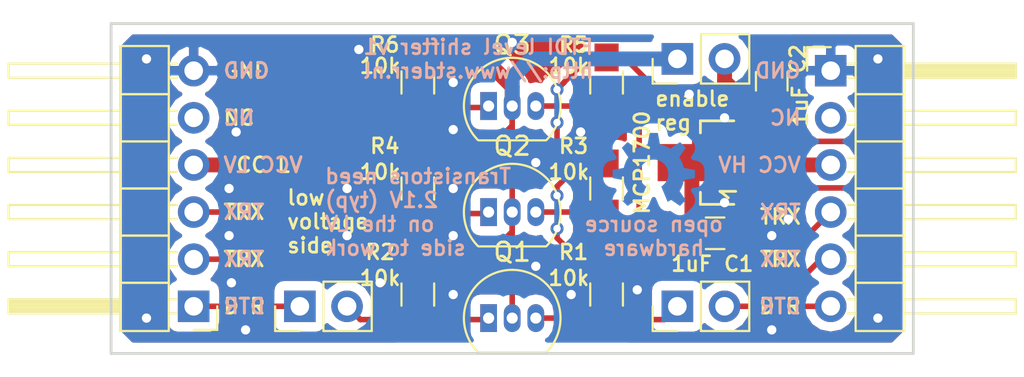
<source format=kicad_pcb>
(kicad_pcb (version 4) (host pcbnew 4.0.6-e0-6349~53~ubuntu16.04.1)
  (layers (0 F.Cu signal) (31 B.Cu signal) (34 B.Paste user) (35 F.Paste user) (36 B.SilkS user) (37 F.SilkS user) (38 B.Mask user) (39 F.Mask user) (44 Edge.Cuts user))
  (net 0 "")
  (net 1 /LV)
  (net 2 "Net-(JP1-Pad2)")
  (net 3 "Net-(JP2-Pad1)")
  (net 4 "Net-(JP2-Pad2)")
  (net 5 GND)
  (net 6 "Net-(P1-Pad2)")
  (net 7 /HV)
  (net 8 "Net-(P1-Pad4)")
  (net 9 "Net-(P1-Pad5)")
  (net 10 "Net-(P2-Pad2)")
  (net 11 "Net-(P2-Pad3)")
  (net 12 "Net-(P2-Pad5)")
  (net 13 "Net-(JP1-Pad1)")
  (net 14 "Net-(C2-Pad1)")
  (module Footprints:stitching_via (layer F.Cu) (at 164.338 103.505)
    (fp_text reference REF** hide)
    (fp_text value via0.8size0.5drill hide)
    (pad "" thru_hole circle (at 0 0) (size 0.8 0.8) (drill 0.5) (layers *.Cu) (net 5 GND))
  )
  (module Footprints:stitching_via (layer F.Cu) (at 156.337 103.505)
    (fp_text reference REF** hide)
    (fp_text value via0.8size0.5drill hide)
    (pad "" thru_hole circle (at 0 0) (size 0.8 0.8) (drill 0.5) (layers *.Cu) (net 5 GND))
  )
  (module Footprints:stitching_via (layer F.Cu) (at 171.45 90.551)
    (fp_text reference REF** hide)
    (fp_text value via0.8size0.5drill hide)
    (pad "" thru_hole circle (at 0 0) (size 0.8 0.8) (drill 0.5) (layers *.Cu) (net 5 GND))
  )
  (module Footprints:stitching_via (layer F.Cu) (at 175.133 95.377)
    (fp_text reference REF** hide)
    (fp_text value via0.8size0.5drill hide)
    (pad "" thru_hole circle (at 0 0) (size 0.8 0.8) (drill 0.5) (layers *.Cu) (net 5 GND))
  )
  (module Footprints:stitching_via (layer F.Cu) (at 178.181 103.886)
    (fp_text reference REF** hide)
    (fp_text value via0.8size0.5drill hide)
    (pad "" thru_hole circle (at 0 0) (size 0.8 0.8) (drill 0.5) (layers *.Cu) (net 5 GND))
  )
  (module Footprints:stitching_via (layer F.Cu) (at 180.975 93.345)
    (fp_text reference REF** hide)
    (fp_text value via0.8size0.5drill hide)
    (pad "" thru_hole circle (at 0 0) (size 0.8 0.8) (drill 0.5) (layers *.Cu) (net 5 GND))
  )
  (module Footprints:stitching_via (layer F.Cu) (at 182.88 94.615)
    (fp_text reference REF** hide)
    (fp_text value via0.8size0.5drill hide)
    (pad "" thru_hole circle (at 0 0) (size 0.8 0.8) (drill 0.5) (layers *.Cu) (net 5 GND))
  )
  (module Footprints:stitching_via (layer F.Cu) (at 168.275 92.71)
    (fp_text reference REF** hide)
    (fp_text value via0.8size0.5drill hide)
    (pad "" thru_hole circle (at 0 0) (size 0.8 0.8) (drill 0.5) (layers *.Cu) (net 5 GND))
  )
  (module Footprints:stitching_via (layer F.Cu) (at 156.21 98.425)
    (fp_text reference REF** hide)
    (fp_text value via0.8size0.5drill hide)
    (pad "" thru_hole circle (at 0 0) (size 0.8 0.8) (drill 0.5) (layers *.Cu) (net 5 GND))
  )
  (module Footprints:stitching_via (layer F.Cu) (at 162.56 98.425)
    (fp_text reference REF** hide)
    (fp_text value via0.8size0.5drill hide)
    (pad "" thru_hole circle (at 0 0) (size 0.8 0.8) (drill 0.5) (layers *.Cu) (net 5 GND))
  )
  (module Footprints:stitching_via (layer F.Cu) (at 162.56 100.965)
    (fp_text reference REF** hide)
    (fp_text value via0.8size0.5drill hide)
    (pad "" thru_hole circle (at 0 0) (size 0.8 0.8) (drill 0.5) (layers *.Cu) (net 5 GND))
  )
  (module Footprints:stitching_via (layer F.Cu) (at 156.21 100.965)
    (fp_text reference REF** hide)
    (fp_text value via0.8size0.5drill hide)
    (pad "" thru_hole circle (at 0 0) (size 0.8 0.8) (drill 0.5) (layers *.Cu) (net 5 GND))
  )
  (module Footprints:stitching_via (layer F.Cu) (at 172.72 102.616)
    (fp_text reference REF** hide)
    (fp_text value via0.8size0.5drill hide)
    (pad "" thru_hole circle (at 0 0) (size 0.8 0.8) (drill 0.5) (layers *.Cu) (net 5 GND))
  )
  (module Footprints:stitching_via (layer F.Cu) (at 172.72 97.028)
    (fp_text reference REF** hide)
    (fp_text value via0.8size0.5drill hide)
    (pad "" thru_hole circle (at 0 0) (size 0.8 0.8) (drill 0.5) (layers *.Cu) (net 5 GND))
  )
  (module Footprints:stitching_via (layer F.Cu) (at 174.625 104.14)
    (fp_text reference REF** hide)
    (fp_text value via0.8size0.5drill hide)
    (pad "" thru_hole circle (at 0 0) (size 0.8 0.8) (drill 0.5) (layers *.Cu) (net 5 GND))
  )
  (module Footprints:stitching_via (layer F.Cu) (at 168.275 104.14)
    (fp_text reference REF** hide)
    (fp_text value via0.8size0.5drill hide)
    (pad "" thru_hole circle (at 0 0) (size 0.8 0.8) (drill 0.5) (layers *.Cu) (net 5 GND))
  )
  (module Footprints:stitching_via (layer F.Cu) (at 168.275 100.965)
    (fp_text reference REF** hide)
    (fp_text value via0.8size0.5drill hide)
    (pad "" thru_hole circle (at 0 0) (size 0.8 0.8) (drill 0.5) (layers *.Cu) (net 5 GND))
  )
  (module Footprints:stitching_via (layer F.Cu) (at 168.275 98.425)
    (fp_text reference REF** hide)
    (fp_text value via0.8size0.5drill hide)
    (pad "" thru_hole circle (at 0 0) (size 0.8 0.8) (drill 0.5) (layers *.Cu) (net 5 GND))
  )
  (module Footprints:stitching_via (layer F.Cu) (at 168.275 95.25)
    (fp_text reference REF** hide)
    (fp_text value via0.8size0.5drill hide)
    (pad "" thru_hole circle (at 0 0) (size 0.8 0.8) (drill 0.5) (layers *.Cu) (net 5 GND))
  )
  (module Footprints:stitching_via (layer F.Cu) (at 185.42 106.045)
    (fp_text reference REF** hide)
    (fp_text value via0.8size0.5drill hide)
    (pad "" thru_hole circle (at 0 0) (size 0.8 0.8) (drill 0.5) (layers *.Cu) (net 5 GND))
  )
  (module Footprints:stitching_via (layer F.Cu) (at 157.099 106.045)
    (fp_text reference REF** hide)
    (fp_text value via0.8size0.5drill hide)
    (pad "" thru_hole circle (at 0 0) (size 0.8 0.8) (drill 0.5) (layers *.Cu) (net 5 GND))
  )
  (module Footprints:stitching_via (layer F.Cu) (at 156.591 95.377)
    (fp_text reference REF** hide)
    (fp_text value via0.8size0.5drill hide)
    (pad "" thru_hole circle (at 0 0) (size 0.8 0.8) (drill 0.5) (layers *.Cu) (net 5 GND))
  )
  (module Footprints:stitching_via (layer F.Cu) (at 163.195 90.932)
    (fp_text reference REF** hide)
    (fp_text value via0.8size0.5drill hide)
    (pad "" thru_hole circle (at 0 0) (size 0.8 0.8) (drill 0.5) (layers *.Cu) (net 5 GND))
  )
  (module Footprints:stitching_via (layer F.Cu) (at 186.309 100.076)
    (fp_text reference REF** hide)
    (fp_text value via0.8size0.5drill hide)
    (pad "" thru_hole circle (at 0 0) (size 0.8 0.8) (drill 0.5) (layers *.Cu) (net 5 GND))
  )
  (module Footprints:stitching_via (layer F.Cu) (at 185.42 100.965)
    (fp_text reference REF** hide)
    (fp_text value via0.8size0.5drill hide)
    (pad "" thru_hole circle (at 0 0) (size 0.8 0.8) (drill 0.5) (layers *.Cu) (net 5 GND))
  )
  (module Footprints:stitching_via (layer F.Cu) (at 182.88 99.187)
    (fp_text reference REF** hide)
    (fp_text value via0.8size0.5drill hide)
    (pad "" thru_hole circle (at 0 0) (size 0.8 0.8) (drill 0.5) (layers *.Cu) (net 5 GND))
  )
  (module Footprints:stitching_via (layer F.Cu) (at 151.765 105.41)
    (fp_text reference REF** hide)
    (fp_text value via0.8size0.5drill hide)
    (pad "" thru_hole circle (at 0 0) (size 0.8 0.8) (drill 0.5) (layers *.Cu) (net 5 GND))
  )
  (module Footprints:stitching_via (layer F.Cu) (at 151.765 91.44)
    (fp_text reference REF** hide)
    (fp_text value via0.8size0.5drill hide)
    (pad "" thru_hole circle (at 0 0) (size 0.8 0.8) (drill 0.5) (layers *.Cu) (net 5 GND))
  )
  (module Footprints:stitching_via (layer F.Cu) (at 191.135 91.44)
    (fp_text reference REF** hide)
    (fp_text value via0.8size0.5drill hide)
    (pad "" thru_hole circle (at 0 0) (size 0.8 0.8) (drill 0.5) (layers *.Cu) (net 5 GND))
  )
  (module Footprints:stitching_via (layer F.Cu) (at 191.135 105.41)
    (fp_text reference REF** hide)
    (fp_text value via0.8size0.5drill hide)
    (pad "" thru_hole circle (at 0 0) (size 0.8 0.8) (drill 0.5) (layers *.Cu) (net 5 GND))
  )
  (module Footprints:oshw (layer B.Cu) (at 179.07 97.409 180)
    (fp_text reference G*** hide)
    (fp_text value oshw_logo hide)
    (fp_poly (pts (xy 0.033713 1.976836) (xy 0.060461 1.976757) (xy 0.086332 1.976631) (xy 0.110932 1.97646) (xy 0.133869 1.976242) (xy 0.154751 1.975979) (xy 0.173184 1.97567) (xy 0.188777 1.975314) (xy 0.201137 1.974913) (xy 0.20987 1.974467) (xy 0.214586 1.973974) (xy 0.21532 1.973696) (xy 0.215864 1.971118) (xy 0.2172 1.964262) (xy 0.219279 1.953395) (xy 0.222052 1.938778) (xy 0.225468 1.920677) (xy 0.22948 1.899356) (xy 0.234036 1.875078) (xy 0.239088 1.848107) (xy 0.244586 1.818708) (xy 0.250481 1.787145) (xy 0.256722 1.753681) (xy 0.263261 1.718581) (xy 0.270047 1.682108) (xy 0.273722 1.662345) (xy 0.331054 1.353879) (xy 0.364686 1.346305) (xy 0.447844 1.325219) (xy 0.529942 1.299682) (xy 0.610757 1.269787) (xy 0.690064 1.235625) (xy 0.76764 1.197288) (xy 0.843261 1.154867) (xy 0.865815 1.141183) (xy 0.875724 1.135286) (xy 0.884342 1.130576) (xy 0.890869 1.127459) (xy 0.894508 1.12634) (xy 0.894866 1.126416) (xy 0.89705 1.12789) (xy 0.902818 1.131827) (xy 0.911948 1.138072) (xy 0.924218 1.146474) (xy 0.939404 1.15688) (xy 0.957285 1.169137) (xy 0.977638 1.183093) (xy 1.00024 1.198596) (xy 1.024869 1.215491) (xy 1.051302 1.233628) (xy 1.079317 1.252853) (xy 1.108691 1.273014) (xy 1.139203 1.293958) (xy 1.153917 1.30406) (xy 1.184868 1.325298) (xy 1.214779 1.345804) (xy 1.243428 1.365426) (xy 1.270596 1.384014) (xy 1.296059 1.401416) (xy 1.319595 1.417481) (xy 1.340985 1.432059) (xy 1.360005 1.444999) (xy 1.376434 1.456149) (xy 1.390051 1.465358) (xy 1.400633 1.472475) (xy 1.407959 1.47735) (xy 1.411808 1.479831) (xy 1.412355 1.480128) (xy 1.414242 1.478536) (xy 1.419104 1.473944) (xy 1.426663 1.466633) (xy 1.436641 1.456879) (xy 1.448758 1.44496) (xy 1.462737 1.431156) (xy 1.478299 1.415744) (xy 1.495165 1.399003) (xy 1.513057 1.381211) (xy 1.531697 1.362646) (xy 1.550805 1.343586) (xy 1.570104 1.32431) (xy 1.589315 1.305096) (xy 1.608159 1.286221) (xy 1.626358 1.267966) (xy 1.643633 1.250607) (xy 1.659707 1.234423) (xy 1.6743 1.219692) (xy 1.687134 1.206692) (xy 1.69793 1.195702) (xy 1.706411 1.187) (xy 1.712297 1.180864) (xy 1.71531 1.177573) (xy 1.715654 1.17709) (xy 1.714371 1.175017) (xy 1.710624 1.16936) (xy 1.704563 1.160343) (xy 1.69634 1.148186) (xy 1.686107 1.133113) (xy 1.674016 1.115345) (xy 1.660217 1.095105) (xy 1.644863 1.072615) (xy 1.628105 1.048097) (xy 1.610094 1.021774) (xy 1.590983 0.993867) (xy 1.570922 0.964599) (xy 1.550064 0.934192) (xy 1.540933 0.920889) (xy 1.519775 0.890051) (xy 1.499351 0.860247) (xy 1.479811 0.8317) (xy 1.461309 0.804634) (xy 1.443994 0.77927) (xy 1.42802 0.755833) (xy 1.413537 0.734544) (xy 1.400698 0.715628) (xy 1.389653 0.699307) (xy 1.380555 0.685804) (xy 1.373555 0.675342) (xy 1.368805 0.668144) (xy 1.366456 0.664433) (xy 1.366222 0.663966) (xy 1.367428 0.661258) (xy 1.370734 0.655464) (xy 1.375686 0.647342) (xy 1.381827 0.637651) (xy 1.384293 0.633846) (xy 1.407424 0.596966) (xy 1.430914 0.556893) (xy 1.454053 0.514926) (xy 1.476133 0.472364) (xy 1.496445 0.430508) (xy 1.502898 0.4165) (xy 1.52193 0.37235) (xy 1.54051 0.32497) (xy 1.55817 0.275727) (xy 1.574442 0.225991) (xy 1.588857 0.177131) (xy 1.600946 0.130516) (xy 1.601339 0.128865) (xy 1.609948 0.092629) (xy 1.619506 0.090611) (xy 1.622932 0.089945) (xy 1.630618 0.088489) (xy 1.642285 0.086296) (xy 1.657653 0.083417) (xy 1.676441 0.079905) (xy 1.698369 0.075812) (xy 1.723158 0.071191) (xy 1.750526 0.066092) (xy 1.780194 0.06057) (xy 1.811883 0.054676) (xy 1.845311 0.048462) (xy 1.880198 0.04198) (xy 1.916266 0.035283) (xy 1.920572 0.034483) (xy 2.212081 -0.019627) (xy 2.212095 -0.23468) (xy 2.212094 -0.271089) (xy 2.212081 -0.303156) (xy 2.212053 -0.331157) (xy 2.212003 -0.355368) (xy 2.211927 -0.376064) (xy 2.21182 -0.393523) (xy 2.211676 -0.40802) (xy 2.211489 -0.419831) (xy 2.211256 -0.429233) (xy 2.210971 -0.4365) (xy 2.210628 -0.44191) (xy 2.210223 -0.445739) (xy 2.209751 -0.448261) (xy 2.209206 -0.449755) (xy 2.208583 -0.450495) (xy 2.208068 -0.450719) (xy 2.205336 -0.451256) (xy 2.198336 -0.452584) (xy 2.187343 -0.454653) (xy 2.172629 -0.457412) (xy 2.154467 -0.46081) (xy 2.133132 -0.464795) (xy 2.108896 -0.469317) (xy 2.082033 -0.474325) (xy 2.052816 -0.479767) (xy 2.021518 -0.485593) (xy 1.988413 -0.491752) (xy 1.953774 -0.498193) (xy 1.917875 -0.504865) (xy 1.912763 -0.505814) (xy 1.6215 -0.559924) (xy 1.612995 -0.600348) (xy 1.593611 -0.681838) (xy 1.569948 -0.762634) (xy 1.542186 -0.842286) (xy 1.510504 -0.920342) (xy 1.475082 -0.996355) (xy 1.4361 -1.069873) (xy 1.404188 -1.123825) (xy 1.397619 -1.134508) (xy 1.391889 -1.143978) (xy 1.38746 -1.151463) (xy 1.384792 -1.156188) (xy 1.384264 -1.157269) (xy 1.38537 -1.15966) (xy 1.389025 -1.165709) (xy 1.395142 -1.175288) (xy 1.403632 -1.188264) (xy 1.414408 -1.204507) (xy 1.42738 -1.223884) (xy 1.442462 -1.246266) (xy 1.459564 -1.271521) (xy 1.4786 -1.299518) (xy 1.49948 -1.330126) (xy 1.522116 -1.363213) (xy 1.546421 -1.398649) (xy 1.548577 -1.401788) (xy 1.56918 -1.431811) (xy 1.589047 -1.46081) (xy 1.608021 -1.488555) (xy 1.625947 -1.514815) (xy 1.642669 -1.539361) (xy 1.65803 -1.561962) (xy 1.671874 -1.582387) (xy 1.684045 -1.600406) (xy 1.694387 -1.615789) (xy 1.702743 -1.628305) (xy 1.708958 -1.637723) (xy 1.712875 -1.643814) (xy 1.714339 -1.646346) (xy 1.714345 -1.646381) (xy 1.712765 -1.648479) (xy 1.708131 -1.653593) (xy 1.700672 -1.66149) (xy 1.690616 -1.671937) (xy 1.678192 -1.684701) (xy 1.663628 -1.69955) (xy 1.647153 -1.716251) (xy 1.628995 -1.73457) (xy 1.609383 -1.754276) (xy 1.588545 -1.775135) (xy 1.56671 -1.796914) (xy 1.563171 -1.800437) (xy 1.411841 -1.951029) (xy 1.202952 -1.807712) (xy 1.174336 -1.788078) (xy 1.146298 -1.768841) (xy 1.119131 -1.750203) (xy 1.093132 -1.732364) (xy 1.068594 -1.715529) (xy 1.045812 -1.699898) (xy 1.025081 -1.685675) (xy 1.006695 -1.67306) (xy 0.990949 -1.662257) (xy 0.978138 -1.653467) (xy 0.968556 -1.646892) (xy 0.962648 -1.642838) (xy 0.931233 -1.621282) (xy 0.909539 -1.635769) (xy 0.895989 -1.644625) (xy 0.880894 -1.65416) (xy 0.864723 -1.664106) (xy 0.847947 -1.674197) (xy 0.831039 -1.684164) (xy 0.814468 -1.69374) (xy 0.798706 -1.702657) (xy 0.784224 -1.710648) (xy 0.771492 -1.717444) (xy 0.760982 -1.72278) (xy 0.753166 -1.726386) (xy 0.748513 -1.727995) (xy 0.747423 -1.727872) (xy 0.746463 -1.725625) (xy 0.743842 -1.719363) (xy 0.739666 -1.709341) (xy 0.734039 -1.695811) (xy 0.727066 -1.679027) (xy 0.718852 -1.659242) (xy 0.709503 -1.636709) (xy 0.699122 -1.611682) (xy 0.687815 -1.584415) (xy 0.675687 -1.555159) (xy 0.662842 -1.524169) (xy 0.649386 -1.491699) (xy 0.635423 -1.458) (xy 0.621059 -1.423327) (xy 0.606397 -1.387933) (xy 0.591544 -1.352071) (xy 0.576604 -1.315995) (xy 0.561682 -1.279957) (xy 0.546882 -1.244212) (xy 0.53231 -1.209012) (xy 0.518071 -1.174611) (xy 0.504269 -1.141262) (xy 0.49101 -1.109218) (xy 0.478398 -1.078733) (xy 0.466538 -1.05006) (xy 0.455535 -1.023453) (xy 0.445494 -0.999163) (xy 0.43652 -0.977446) (xy 0.428718 -0.958554) (xy 0.422193 -0.942741) (xy 0.417049 -0.930259) (xy 0.413392 -0.921363) (xy 0.411326 -0.916305) (xy 0.410917 -0.91528) (xy 0.410569 -0.913148) (xy 0.411538 -0.910818) (xy 0.414341 -0.907827) (xy 0.419496 -0.903708) (xy 0.427521 -0.897996) (xy 0.438322 -0.890637) (xy 0.465557 -0.871542) (xy 0.490465 -0.852449) (xy 0.514338 -0.832283) (xy 0.538468 -0.80997) (xy 0.55535 -0.793358) (xy 0.578856 -0.769066) (xy 0.599494 -0.746169) (xy 0.618234 -0.723491) (xy 0.636043 -0.699858) (xy 0.653893 -0.674094) (xy 0.654557 -0.6731) (xy 0.686082 -0.621845) (xy 0.713287 -0.569088) (xy 0.736216 -0.51471) (xy 0.75491 -0.458592) (xy 0.769412 -0.400615) (xy 0.779765 -0.340661) (xy 0.782974 -0.314036) (xy 0.784085 -0.300052) (xy 0.784904 -0.282714) (xy 0.785428 -0.263084) (xy 0.785657 -0.242223) (xy 0.785592 -0.221194) (xy 0.785232 -0.201059) (xy 0.784576 -0.18288) (xy 0.783623 -0.16772) (xy 0.783039 -0.161636) (xy 0.774528 -0.102351) (xy 0.762512 -0.045778) (xy 0.746827 0.008561) (xy 0.727307 0.061144) (xy 0.703788 0.112449) (xy 0.676104 0.162954) (xy 0.664218 0.182419) (xy 0.631139 0.230781) (xy 0.594405 0.276477) (xy 0.554261 0.319314) (xy 0.510952 0.359101) (xy 0.464721 0.395646) (xy 0.415813 0.428757) (xy 0.364473 0.45824) (xy 0.310946 0.483906) (xy 0.255476 0.505561) (xy 0.250536 0.507259) (xy 0.215173 0.518124) (xy 0.177009 0.527767) (xy 0.137786 0.535819) (xy 0.099243 0.541911) (xy 0.073891 0.544783) (xy 0.05885 0.545831) (xy 0.040429 0.546577) (xy 0.019803 0.547021) (xy -0.001852 0.54716) (xy -0.02336 0.546995) (xy -0.043547 0.546524) (xy -0.061236 0.545746) (xy -0.072737 0.544908) (xy -0.131527 0.537201) (xy -0.189177 0.525116) (xy -0.245469 0.508802) (xy -0.300185 0.488406) (xy -0.353111 0.464075) (xy -0.404027 0.435958) (xy -0.452717 0.404201) (xy -0.498964 0.368953) (xy -0.542552 0.330361) (xy -0.583262 0.288573) (xy -0.620878 0.243737) (xy -0.655183 0.195999) (xy -0.68596 0.145508) (xy -0.700725 0.117764) (xy -0.724681 0.066401) (xy -0.744489 0.014892) (xy -0.760385 -0.03755) (xy -0.772608 -0.091718) (xy -0.781396 -0.1484) (xy -0.781741 -0.151245) (xy -0.783343 -0.168408) (xy -0.784534 -0.188983) (xy -0.785305 -0.211783) (xy -0.785647 -0.235624) (xy -0.785552 -0.259318) (xy -0.78501 -0.281679) (xy -0.784012 -0.301522) (xy -0.78296 -0.314036) (xy -0.774632 -0.373667) (xy -0.762312 -0.431188) (xy -0.745881 -0.486998) (xy -0.725226 -0.541496) (xy -0.702235 -0.591127) (xy -0.672996 -0.644032) (xy -0.64001 -0.694278) (xy -0.603401 -0.741728) (xy -0.56329 -0.786242) (xy -0.519802 -0.827682) (xy -0.47306 -0.865909) (xy -0.432288 -0.894828) (xy -0.423302 -0.901037) (xy -0.416049 -0.906512) (xy -0.411233 -0.910687) (xy -0.409558 -0.912996) (xy -0.409579 -0.913079) (xy -0.410557 -0.915435) (xy -0.413215 -0.921846) (xy -0.417466 -0.932103) (xy -0.423222 -0.945994) (xy -0.430397 -0.963308) (xy -0.438902 -0.983836) (xy -0.448651 -1.007365) (xy -0.459555 -1.033686) (xy -0.471529 -1.062587) (xy -0.484484 -1.093858) (xy -0.498334 -1.127289) (xy -0.51299 -1.162667) (xy -0.528366 -1.199784) (xy -0.544374 -1.238427) (xy -0.560927 -1.278386) (xy -0.575627 -1.313872) (xy -0.592625 -1.354904) (xy -0.609178 -1.394863) (xy -0.625198 -1.433532) (xy -0.640595 -1.470697) (xy -0.65528 -1.506142) (xy -0.669165 -1.539653) (xy -0.682159 -1.571014) (xy -0.694174 -1.60001) (xy -0.70512 -1.626426) (xy -0.714909 -1.650046) (xy -0.723451 -1.670656) (xy -0.730657 -1.688041) (xy -0.736439 -1.701984) (xy -0.740705 -1.712271) (xy -0.743369 -1.718688) (xy -0.744301 -1.720926) (xy -0.747974 -1.729662) (xy -0.762492 -1.722354) (xy -0.777861 -1.714313) (xy -0.79614 -1.704254) (xy -0.816397 -1.692725) (xy -0.837703 -1.680277) (xy -0.859128 -1.667458) (xy -0.879742 -1.654816) (xy -0.898615 -1.642903) (xy -0.91302 -1.633473) (xy -0.922014 -1.627809) (xy -0.928952 -1.624162) (xy -0.933158 -1.622869) (xy -0.933887 -1.623056) (xy -0.936083 -1.624593) (xy -0.941807 -1.628547) (xy -0.950778 -1.634725) (xy -0.962717 -1.642936) (xy -0.977341 -1.652987) (xy -0.99437 -1.664684) (xy -1.013522 -1.677835) (xy -1.034518 -1.692247) (xy -1.057075 -1.707727) (xy -1.080912 -1.724084) (xy -1.105749 -1.741123) (xy -1.131305 -1.758654) (xy -1.157298 -1.776481) (xy -1.183448 -1.794414) (xy -1.209473 -1.812259) (xy -1.235093 -1.829823) (xy -1.260027 -1.846915) (xy -1.283993 -1.86334) (xy -1.30671 -1.878907) (xy -1.327898 -1.893423) (xy -1.347275 -1.906694) (xy -1.364561 -1.918529) (xy -1.379474 -1.928735) (xy -1.391734 -1.937118) (xy -1.401059 -1.943487) (xy -1.407168 -1.947648) (xy -1.409781 -1.949408) (xy -1.409841 -1.949446) (xy -1.411791 -1.948062) (xy -1.416767 -1.943628) (xy -1.424538 -1.936368) (xy -1.434873 -1.926506) (xy -1.447543 -1.914269) (xy -1.462317 -1.899879) (xy -1.478964 -1.883562) (xy -1.497253 -1.865542) (xy -1.516955 -1.846045) (xy -1.53784 -1.825294) (xy -1.559675 -1.803514) (xy -1.564275 -1.798916) (xy -1.592142 -1.771012) (xy -1.616825 -1.746223) (xy -1.638437 -1.724431) (xy -1.657089 -1.705521) (xy -1.672898 -1.689373) (xy -1.685975 -1.675871) (xy -1.696433 -1.664898) (xy -1.704388 -1.656336) (xy -1.709951 -1.650069) (xy -1.713236 -1.645978) (xy -1.714358 -1.643947) (xy -1.714324 -1.643763) (xy -1.712798 -1.641499) (xy -1.708816 -1.635658) (xy -1.702537 -1.626473) (xy -1.694118 -1.614173) (xy -1.683719 -1.598991) (xy -1.671497 -1.581158) (xy -1.657612 -1.560903) (xy -1.642221 -1.538459) (xy -1.625482 -1.514057) (xy -1.607555 -1.487927) (xy -1.588598 -1.4603) (xy -1.568768 -1.431409) (xy -1.548225 -1.401482) (xy -1.547767 -1.400815) (xy -1.527244 -1.370906) (xy -1.507457 -1.342047) (xy -1.488565 -1.314465) (xy -1.470722 -1.288391) (xy -1.454085 -1.264054) (xy -1.438811 -1.241681) (xy -1.425055 -1.221504) (xy -1.412973 -1.203749) (xy -1.402722 -1.188647) (xy -1.394458 -1.176427) (xy -1.388337 -1.167318) (xy -1.384514 -1.161548) (xy -1.383147 -1.159347) (xy -1.383146 -1.159337) (xy -1.384305 -1.156859) (xy -1.387481 -1.151251) (xy -1.39222 -1.143285) (xy -1.398071 -1.133733) (xy -1.399599 -1.131276) (xy -1.44246 -1.058318) (xy -1.481619 -0.982889) (xy -1.516917 -0.905384) (xy -1.548195 -0.826197) (xy -1.575294 -0.745723) (xy -1.598056 -0.664355) (xy -1.611987 -0.60393) (xy -1.614844 -0.590396) (xy -1.617389 -0.578533) (xy -1.61947 -0.569035) (xy -1.620933 -0.562595) (xy -1.621626 -0.559908) (xy -1.621649 -0.559872) (xy -1.623936 -0.559424) (xy -1.630494 -0.558185) (xy -1.641054 -0.556206) (xy -1.655346 -0.553536) (xy -1.6731 -0.550226) (xy -1.694047 -0.546326) (xy -1.717916 -0.541887) (xy -1.74444 -0.536957) (xy -1.773346 -0.531589) (xy -1.804367 -0.52583) (xy -1.837232 -0.519733) (xy -1.871672 -0.513346) (xy -1.907416 -0.506721) (xy -1.911927 -0.505885) (xy -1.947916 -0.499214) (xy -1.982697 -0.492763) (xy -2.015995 -0.486584) (xy -2.047536 -0.480727) (xy -2.077043 -0.475245) (xy -2.10424 -0.470187) (xy -2.128854 -0.465606) (xy -2.150607 -0.461553) (xy -2.169224 -0.458078) (xy -2.18443 -0.455235) (xy -2.195949 -0.453072) (xy -2.203506 -0.451643) (xy -2.206825 -0.450998) (xy -2.206914 -0.450978) (xy -2.212109 -0.449772) (xy -2.212096 -0.234699) (xy -2.212082 -0.019627) (xy -1.9148 0.035405) (xy -1.878373 0.042151) (xy -1.84317 0.048675) (xy -1.80946 0.054928) (xy -1.777515 0.060858) (xy -1.747604 0.066416) (xy -1.719997 0.07155) (xy -1.694965 0.076212) (xy -1.672779 0.08035) (xy -1.653707 0.083914) (xy -1.638022 0.086854) (xy -1.625992 0.089119) (xy -1.617889 0.090659) (xy -1.613982 0.091424) (xy -1.613679 0.091492) (xy -1.611829 0.093193) (xy -1.609741 0.097631) (xy -1.607259 0.10528) (xy -1.604224 0.116613) (xy -1.601251 0.128824) (xy -1.581053 0.204918) (xy -1.556542 0.281116) (xy -1.527969 0.356828) (xy -1.495587 0.431465) (xy -1.459647 0.504438) (xy -1.420403 0.575156) (xy -1.387111 0.629228) (xy -1.380166 0.640141) (xy -1.374199 0.649782) (xy -1.369628 0.657454) (xy -1.366871 0.662458) (xy -1.366244 0.664012) (xy -1.367524 0.666179) (xy -1.371269 0.671928) (xy -1.377329 0.681036) (xy -1.385551 0.693279) (xy -1.395785 0.708435) (xy -1.407878 0.72628) (xy -1.421679 0.746592) (xy -1.437036 0.769148) (xy -1.453798 0.793724) (xy -1.471812 0.820097) (xy -1.490929 0.848045) (xy -1.510995 0.877345) (xy -1.531859 0.907773) (xy -1.540934 0.920996) (xy -1.562086 0.951823) (xy -1.582506 0.981605) (xy -1.602042 1.01012) (xy -1.620542 1.037147) (xy -1.637854 1.062463) (xy -1.653827 1.085845) (xy -1.668309 1.107072) (xy -1.68115 1.125922) (xy -1.692196 1.142172) (xy -1.701298 1.1556) (xy -1.708303 1.165984) (xy -1.71306 1.173102) (xy -1.715417 1.176731) (xy -1.715655 1.177164) (xy -1.714061 1.179045) (xy -1.709465 1.183898) (xy -1.702147 1.191446) (xy -1.692383 1.20141) (xy -1.680453 1.213512) (xy -1.666636 1.227473) (xy -1.651209 1.243017) (xy -1.634452 1.259863) (xy -1.616642 1.277734) (xy -1.598059 1.296353) (xy -1.578981 1.31544) (xy -1.559686 1.334718) (xy -1.540454 1.353907) (xy -1.521562 1.372732) (xy -1.503289 1.390912) (xy -1.485913 1.408169) (xy -1.469714 1.424227) (xy -1.454969 1.438805) (xy -1.441957 1.451627) (xy -1.430957 1.462414) (xy -1.422248 1.470888) (xy -1.416107 1.47677) (xy -1.412813 1.479782) (xy -1.41233 1.480128) (xy -1.410223 1.478845) (xy -1.404532 1.475095) (xy -1.395479 1.469031) (xy -1.383286 1.460804) (xy -1.368174 1.450563) (xy -1.350365 1.43846) (xy -1.330082 1.424647) (xy -1.307544 1.409274) (xy -1.282975 1.392492) (xy -1.256595 1.374452) (xy -1.228626 1.355306) (xy -1.199291 1.335204) (xy -1.16881 1.314297) (xy -1.153895 1.30406) (xy -1.122926 1.282799) (xy -1.092988 1.26225) (xy -1.064305 1.242565) (xy -1.037099 1.223896) (xy -1.011593 1.206397) (xy -0.988008 1.190219) (xy -0.966568 1.175515) (xy -0.947495 1.162437) (xy -0.931012 1.15114) (xy -0.917341 1.141774) (xy -0.906704 1.134493) (xy -0.899325 1.129449) (xy -0.895425 1.126794) (xy -0.894856 1.126416) (xy -0.892046 1.126987) (xy -0.886152 1.129655) (xy -0.877973 1.134014) (xy -0.868307 1.139659) (xy -0.865816 1.141183) (xy -0.792332 1.183985) (xy -0.71674 1.22297) (xy -0.6394 1.257992) (xy -0.56067 1.288903) (xy -0.480907 1.315556) (xy -0.400471 1.337806) (xy -0.364688 1.346223) (xy -0.331058 1.353706) (xy -0.273695 1.662258) (xy -0.266795 1.699355) (xy -0.260117 1.735219) (xy -0.25371 1.769587) (xy -0.247625 1.802194) (xy -0.24191 1.832776) (xy -0.236616 1.861071) (xy -0.231791 1.886812) (xy -0.227485 1.909737) (xy -0.223748 1.929582) (xy -0.220629 1.946082) (xy -0.218178 1.958974) (xy -0.216444 1.967993) (xy -0.215477 1.972875) (xy -0.215292 1.973696) (xy -0.212854 1.974213) (xy -0.20619 1.974684) (xy -0.195694 1.975109) (xy -0.181757 1.975488) (xy -0.164773 1.975822) (xy -0.145133 1.976109) (xy -0.123231 1.976351) (xy -0.099459 1.976547) (xy -0.074209 1.976696) (xy -0.047875 1.9768) (xy -0.020848 1.976858) (xy 0.006479 1.97687) (xy 0.033713 1.976836)) (layer B.Cu) (width 0.01))
  )
  (module Pin_Headers:Pin_Header_Angled_1x06_Pitch2.54mm (layer F.Cu) (at 188.595 92.075)
    (fp_text reference P1 hide)
    (fp_text value FTDI-DEVICE)
    (pad 1 thru_hole rect (at 0 0) (size 1.7 1.7) (drill 1) (layers *.Cu *.Mask) (net 5 GND))
    (pad 2 thru_hole oval (at 0 2.54) (size 1.7 1.7) (drill 1) (layers *.Cu *.Mask) (net 6 "Net-(P1-Pad2)"))
    (pad 3 thru_hole oval (at 0 5.08) (size 1.7 1.7) (drill 1) (layers *.Cu *.Mask) (net 7 /HV))
    (pad 4 thru_hole oval (at 0 7.62) (size 1.7 1.7) (drill 1) (layers *.Cu *.Mask) (net 8 "Net-(P1-Pad4)"))
    (pad 5 thru_hole oval (at 0 10.16) (size 1.7 1.7) (drill 1) (layers *.Cu *.Mask) (net 9 "Net-(P1-Pad5)"))
    (pad 6 thru_hole oval (at 0 12.7) (size 1.7 1.7) (drill 1) (layers *.Cu *.Mask) (net 2 "Net-(JP1-Pad2)"))
  )
  (module Pin_Headers:Pin_Header_Angled_1x06_Pitch2.54mm (layer F.Cu) (at 154.305 104.775 180)
    (fp_text reference P2 hide)
    (fp_text value FTDI-HOST)
    (pad 1 thru_hole rect (at 0 0 180) (size 1.7 1.7) (drill 1) (layers *.Cu *.Mask) (net 3 "Net-(JP2-Pad1)"))
    (pad 2 thru_hole oval (at 0 2.54 180) (size 1.7 1.7) (drill 1) (layers *.Cu *.Mask) (net 10 "Net-(P2-Pad2)"))
    (pad 3 thru_hole oval (at 0 5.08 180) (size 1.7 1.7) (drill 1) (layers *.Cu *.Mask) (net 11 "Net-(P2-Pad3)"))
    (pad 4 thru_hole oval (at 0 7.62 180) (size 1.7 1.7) (drill 1) (layers *.Cu *.Mask) (net 1 /LV))
    (pad 5 thru_hole oval (at 0 10.16 180) (size 1.7 1.7) (drill 1) (layers *.Cu *.Mask) (net 12 "Net-(P2-Pad5)"))
    (pad 6 thru_hole oval (at 0 12.7 180) (size 1.7 1.7) (drill 1) (layers *.Cu *.Mask) (net 5 GND))
  )
  (module Pin_Headers:Pin_Header_Straight_1x02_Pitch2.54mm (layer F.Cu) (at 180.34 104.775 90)
    (fp_text reference JP1 hide)
    (fp_text value Jumper_NO_Small)
    (pad 1 thru_hole rect (at 0 0 90) (size 1.7 1.7) (drill 1) (layers *.Cu *.Mask) (net 13 "Net-(JP1-Pad1)"))
    (pad 2 thru_hole oval (at 0 2.54 90) (size 1.7 1.7) (drill 1) (layers *.Cu *.Mask) (net 2 "Net-(JP1-Pad2)"))
  )
  (module Pin_Headers:Pin_Header_Straight_1x02_Pitch2.54mm (layer F.Cu) (at 160.02 104.775 90)
    (fp_text reference JP2 hide)
    (fp_text value Jumper_NO_Small)
    (pad 1 thru_hole rect (at 0 0 90) (size 1.7 1.7) (drill 1) (layers *.Cu *.Mask) (net 3 "Net-(JP2-Pad1)"))
    (pad 2 thru_hole oval (at 0 2.54 90) (size 1.7 1.7) (drill 1) (layers *.Cu *.Mask) (net 4 "Net-(JP2-Pad2)"))
  )
  (module Pin_Headers:Pin_Header_Straight_1x02_Pitch2.54mm (layer F.Cu) (at 180.34 91.44 90)
    (fp_text reference JP3 hide)
    (fp_text value Jumper_NO_Small)
    (pad 1 thru_hole rect (at 0 0 90) (size 1.7 1.7) (drill 1) (layers *.Cu *.Mask) (net 1 /LV))
    (pad 2 thru_hole oval (at 0 2.54 90) (size 1.7 1.7) (drill 1) (layers *.Cu *.Mask) (net 14 "Net-(C2-Pad1)"))
  )
  (module Footprints:oshw (layer F.Cu) (at 160.655 94.107)
    (fp_text reference G*** hide)
    (fp_text value oshw_logo hide)
    (fp_poly (pts (xy 0.033713 -1.976836) (xy 0.060461 -1.976757) (xy 0.086332 -1.976631) (xy 0.110932 -1.97646) (xy 0.133869 -1.976242) (xy 0.154751 -1.975979) (xy 0.173184 -1.97567) (xy 0.188777 -1.975314) (xy 0.201137 -1.974913) (xy 0.20987 -1.974467) (xy 0.214586 -1.973974) (xy 0.21532 -1.973696) (xy 0.215864 -1.971118) (xy 0.2172 -1.964262) (xy 0.219279 -1.953395) (xy 0.222052 -1.938778) (xy 0.225468 -1.920677) (xy 0.22948 -1.899356) (xy 0.234036 -1.875078) (xy 0.239088 -1.848107) (xy 0.244586 -1.818708) (xy 0.250481 -1.787145) (xy 0.256722 -1.753681) (xy 0.263261 -1.718581) (xy 0.270047 -1.682108) (xy 0.273722 -1.662345) (xy 0.331054 -1.353879) (xy 0.364686 -1.346305) (xy 0.447844 -1.325219) (xy 0.529942 -1.299682) (xy 0.610757 -1.269787) (xy 0.690064 -1.235625) (xy 0.76764 -1.197288) (xy 0.843261 -1.154867) (xy 0.865815 -1.141183) (xy 0.875724 -1.135286) (xy 0.884342 -1.130576) (xy 0.890869 -1.127459) (xy 0.894508 -1.12634) (xy 0.894866 -1.126416) (xy 0.89705 -1.12789) (xy 0.902818 -1.131827) (xy 0.911948 -1.138072) (xy 0.924218 -1.146474) (xy 0.939404 -1.15688) (xy 0.957285 -1.169137) (xy 0.977638 -1.183093) (xy 1.00024 -1.198596) (xy 1.024869 -1.215491) (xy 1.051302 -1.233628) (xy 1.079317 -1.252853) (xy 1.108691 -1.273014) (xy 1.139203 -1.293958) (xy 1.153917 -1.30406) (xy 1.184868 -1.325298) (xy 1.214779 -1.345804) (xy 1.243428 -1.365426) (xy 1.270596 -1.384014) (xy 1.296059 -1.401416) (xy 1.319595 -1.417481) (xy 1.340985 -1.432059) (xy 1.360005 -1.444999) (xy 1.376434 -1.456149) (xy 1.390051 -1.465358) (xy 1.400633 -1.472475) (xy 1.407959 -1.47735) (xy 1.411808 -1.479831) (xy 1.412355 -1.480128) (xy 1.414242 -1.478536) (xy 1.419104 -1.473944) (xy 1.426663 -1.466633) (xy 1.436641 -1.456879) (xy 1.448758 -1.44496) (xy 1.462737 -1.431156) (xy 1.478299 -1.415744) (xy 1.495165 -1.399003) (xy 1.513057 -1.381211) (xy 1.531697 -1.362646) (xy 1.550805 -1.343586) (xy 1.570104 -1.32431) (xy 1.589315 -1.305096) (xy 1.608159 -1.286221) (xy 1.626358 -1.267966) (xy 1.643633 -1.250607) (xy 1.659707 -1.234423) (xy 1.6743 -1.219692) (xy 1.687134 -1.206692) (xy 1.69793 -1.195702) (xy 1.706411 -1.187) (xy 1.712297 -1.180864) (xy 1.71531 -1.177573) (xy 1.715654 -1.17709) (xy 1.714371 -1.175017) (xy 1.710624 -1.16936) (xy 1.704563 -1.160343) (xy 1.69634 -1.148186) (xy 1.686107 -1.133113) (xy 1.674016 -1.115345) (xy 1.660217 -1.095105) (xy 1.644863 -1.072615) (xy 1.628105 -1.048097) (xy 1.610094 -1.021774) (xy 1.590983 -0.993867) (xy 1.570922 -0.964599) (xy 1.550064 -0.934192) (xy 1.540933 -0.920889) (xy 1.519775 -0.890051) (xy 1.499351 -0.860247) (xy 1.479811 -0.8317) (xy 1.461309 -0.804634) (xy 1.443994 -0.77927) (xy 1.42802 -0.755833) (xy 1.413537 -0.734544) (xy 1.400698 -0.715628) (xy 1.389653 -0.699307) (xy 1.380555 -0.685804) (xy 1.373555 -0.675342) (xy 1.368805 -0.668144) (xy 1.366456 -0.664433) (xy 1.366222 -0.663966) (xy 1.367428 -0.661258) (xy 1.370734 -0.655464) (xy 1.375686 -0.647342) (xy 1.381827 -0.637651) (xy 1.384293 -0.633846) (xy 1.407424 -0.596966) (xy 1.430914 -0.556893) (xy 1.454053 -0.514926) (xy 1.476133 -0.472364) (xy 1.496445 -0.430508) (xy 1.502898 -0.4165) (xy 1.52193 -0.37235) (xy 1.54051 -0.32497) (xy 1.55817 -0.275727) (xy 1.574442 -0.225991) (xy 1.588857 -0.177131) (xy 1.600946 -0.130516) (xy 1.601339 -0.128865) (xy 1.609948 -0.092629) (xy 1.619506 -0.090611) (xy 1.622932 -0.089945) (xy 1.630618 -0.088489) (xy 1.642285 -0.086296) (xy 1.657653 -0.083417) (xy 1.676441 -0.079905) (xy 1.698369 -0.075812) (xy 1.723158 -0.071191) (xy 1.750526 -0.066092) (xy 1.780194 -0.06057) (xy 1.811883 -0.054676) (xy 1.845311 -0.048462) (xy 1.880198 -0.04198) (xy 1.916266 -0.035283) (xy 1.920572 -0.034483) (xy 2.212081 0.019627) (xy 2.212095 0.23468) (xy 2.212094 0.271089) (xy 2.212081 0.303156) (xy 2.212053 0.331157) (xy 2.212003 0.355368) (xy 2.211927 0.376064) (xy 2.21182 0.393523) (xy 2.211676 0.40802) (xy 2.211489 0.419831) (xy 2.211256 0.429233) (xy 2.210971 0.4365) (xy 2.210628 0.44191) (xy 2.210223 0.445739) (xy 2.209751 0.448261) (xy 2.209206 0.449755) (xy 2.208583 0.450495) (xy 2.208068 0.450719) (xy 2.205336 0.451256) (xy 2.198336 0.452584) (xy 2.187343 0.454653) (xy 2.172629 0.457412) (xy 2.154467 0.46081) (xy 2.133132 0.464795) (xy 2.108896 0.469317) (xy 2.082033 0.474325) (xy 2.052816 0.479767) (xy 2.021518 0.485593) (xy 1.988413 0.491752) (xy 1.953774 0.498193) (xy 1.917875 0.504865) (xy 1.912763 0.505814) (xy 1.6215 0.559924) (xy 1.612995 0.600348) (xy 1.593611 0.681838) (xy 1.569948 0.762634) (xy 1.542186 0.842286) (xy 1.510504 0.920342) (xy 1.475082 0.996355) (xy 1.4361 1.069873) (xy 1.404188 1.123825) (xy 1.397619 1.134508) (xy 1.391889 1.143978) (xy 1.38746 1.151463) (xy 1.384792 1.156188) (xy 1.384264 1.157269) (xy 1.38537 1.15966) (xy 1.389025 1.165709) (xy 1.395142 1.175288) (xy 1.403632 1.188264) (xy 1.414408 1.204507) (xy 1.42738 1.223884) (xy 1.442462 1.246266) (xy 1.459564 1.271521) (xy 1.4786 1.299518) (xy 1.49948 1.330126) (xy 1.522116 1.363213) (xy 1.546421 1.398649) (xy 1.548577 1.401788) (xy 1.56918 1.431811) (xy 1.589047 1.46081) (xy 1.608021 1.488555) (xy 1.625947 1.514815) (xy 1.642669 1.539361) (xy 1.65803 1.561962) (xy 1.671874 1.582387) (xy 1.684045 1.600406) (xy 1.694387 1.615789) (xy 1.702743 1.628305) (xy 1.708958 1.637723) (xy 1.712875 1.643814) (xy 1.714339 1.646346) (xy 1.714345 1.646381) (xy 1.712765 1.648479) (xy 1.708131 1.653593) (xy 1.700672 1.66149) (xy 1.690616 1.671937) (xy 1.678192 1.684701) (xy 1.663628 1.69955) (xy 1.647153 1.716251) (xy 1.628995 1.73457) (xy 1.609383 1.754276) (xy 1.588545 1.775135) (xy 1.56671 1.796914) (xy 1.563171 1.800437) (xy 1.411841 1.951029) (xy 1.202952 1.807712) (xy 1.174336 1.788078) (xy 1.146298 1.768841) (xy 1.119131 1.750203) (xy 1.093132 1.732364) (xy 1.068594 1.715529) (xy 1.045812 1.699898) (xy 1.025081 1.685675) (xy 1.006695 1.67306) (xy 0.990949 1.662257) (xy 0.978138 1.653467) (xy 0.968556 1.646892) (xy 0.962648 1.642838) (xy 0.931233 1.621282) (xy 0.909539 1.635769) (xy 0.895989 1.644625) (xy 0.880894 1.65416) (xy 0.864723 1.664106) (xy 0.847947 1.674197) (xy 0.831039 1.684164) (xy 0.814468 1.69374) (xy 0.798706 1.702657) (xy 0.784224 1.710648) (xy 0.771492 1.717444) (xy 0.760982 1.72278) (xy 0.753166 1.726386) (xy 0.748513 1.727995) (xy 0.747423 1.727872) (xy 0.746463 1.725625) (xy 0.743842 1.719363) (xy 0.739666 1.709341) (xy 0.734039 1.695811) (xy 0.727066 1.679027) (xy 0.718852 1.659242) (xy 0.709503 1.636709) (xy 0.699122 1.611682) (xy 0.687815 1.584415) (xy 0.675687 1.555159) (xy 0.662842 1.524169) (xy 0.649386 1.491699) (xy 0.635423 1.458) (xy 0.621059 1.423327) (xy 0.606397 1.387933) (xy 0.591544 1.352071) (xy 0.576604 1.315995) (xy 0.561682 1.279957) (xy 0.546882 1.244212) (xy 0.53231 1.209012) (xy 0.518071 1.174611) (xy 0.504269 1.141262) (xy 0.49101 1.109218) (xy 0.478398 1.078733) (xy 0.466538 1.05006) (xy 0.455535 1.023453) (xy 0.445494 0.999163) (xy 0.43652 0.977446) (xy 0.428718 0.958554) (xy 0.422193 0.942741) (xy 0.417049 0.930259) (xy 0.413392 0.921363) (xy 0.411326 0.916305) (xy 0.410917 0.91528) (xy 0.410569 0.913148) (xy 0.411538 0.910818) (xy 0.414341 0.907827) (xy 0.419496 0.903708) (xy 0.427521 0.897996) (xy 0.438322 0.890637) (xy 0.465557 0.871542) (xy 0.490465 0.852449) (xy 0.514338 0.832283) (xy 0.538468 0.80997) (xy 0.55535 0.793358) (xy 0.578856 0.769066) (xy 0.599494 0.746169) (xy 0.618234 0.723491) (xy 0.636043 0.699858) (xy 0.653893 0.674094) (xy 0.654557 0.6731) (xy 0.686082 0.621845) (xy 0.713287 0.569088) (xy 0.736216 0.51471) (xy 0.75491 0.458592) (xy 0.769412 0.400615) (xy 0.779765 0.340661) (xy 0.782974 0.314036) (xy 0.784085 0.300052) (xy 0.784904 0.282714) (xy 0.785428 0.263084) (xy 0.785657 0.242223) (xy 0.785592 0.221194) (xy 0.785232 0.201059) (xy 0.784576 0.18288) (xy 0.783623 0.16772) (xy 0.783039 0.161636) (xy 0.774528 0.102351) (xy 0.762512 0.045778) (xy 0.746827 -0.008561) (xy 0.727307 -0.061144) (xy 0.703788 -0.112449) (xy 0.676104 -0.162954) (xy 0.664218 -0.182419) (xy 0.631139 -0.230781) (xy 0.594405 -0.276477) (xy 0.554261 -0.319314) (xy 0.510952 -0.359101) (xy 0.464721 -0.395646) (xy 0.415813 -0.428757) (xy 0.364473 -0.45824) (xy 0.310946 -0.483906) (xy 0.255476 -0.505561) (xy 0.250536 -0.507259) (xy 0.215173 -0.518124) (xy 0.177009 -0.527767) (xy 0.137786 -0.535819) (xy 0.099243 -0.541911) (xy 0.073891 -0.544783) (xy 0.05885 -0.545831) (xy 0.040429 -0.546577) (xy 0.019803 -0.547021) (xy -0.001852 -0.54716) (xy -0.02336 -0.546995) (xy -0.043547 -0.546524) (xy -0.061236 -0.545746) (xy -0.072737 -0.544908) (xy -0.131527 -0.537201) (xy -0.189177 -0.525116) (xy -0.245469 -0.508802) (xy -0.300185 -0.488406) (xy -0.353111 -0.464075) (xy -0.404027 -0.435958) (xy -0.452717 -0.404201) (xy -0.498964 -0.368953) (xy -0.542552 -0.330361) (xy -0.583262 -0.288573) (xy -0.620878 -0.243737) (xy -0.655183 -0.195999) (xy -0.68596 -0.145508) (xy -0.700725 -0.117764) (xy -0.724681 -0.066401) (xy -0.744489 -0.014892) (xy -0.760385 0.03755) (xy -0.772608 0.091718) (xy -0.781396 0.1484) (xy -0.781741 0.151245) (xy -0.783343 0.168408) (xy -0.784534 0.188983) (xy -0.785305 0.211783) (xy -0.785647 0.235624) (xy -0.785552 0.259318) (xy -0.78501 0.281679) (xy -0.784012 0.301522) (xy -0.78296 0.314036) (xy -0.774632 0.373667) (xy -0.762312 0.431188) (xy -0.745881 0.486998) (xy -0.725226 0.541496) (xy -0.702235 0.591127) (xy -0.672996 0.644032) (xy -0.64001 0.694278) (xy -0.603401 0.741728) (xy -0.56329 0.786242) (xy -0.519802 0.827682) (xy -0.47306 0.865909) (xy -0.432288 0.894828) (xy -0.423302 0.901037) (xy -0.416049 0.906512) (xy -0.411233 0.910687) (xy -0.409558 0.912996) (xy -0.409579 0.913079) (xy -0.410557 0.915435) (xy -0.413215 0.921846) (xy -0.417466 0.932103) (xy -0.423222 0.945994) (xy -0.430397 0.963308) (xy -0.438902 0.983836) (xy -0.448651 1.007365) (xy -0.459555 1.033686) (xy -0.471529 1.062587) (xy -0.484484 1.093858) (xy -0.498334 1.127289) (xy -0.51299 1.162667) (xy -0.528366 1.199784) (xy -0.544374 1.238427) (xy -0.560927 1.278386) (xy -0.575627 1.313872) (xy -0.592625 1.354904) (xy -0.609178 1.394863) (xy -0.625198 1.433532) (xy -0.640595 1.470697) (xy -0.65528 1.506142) (xy -0.669165 1.539653) (xy -0.682159 1.571014) (xy -0.694174 1.60001) (xy -0.70512 1.626426) (xy -0.714909 1.650046) (xy -0.723451 1.670656) (xy -0.730657 1.688041) (xy -0.736439 1.701984) (xy -0.740705 1.712271) (xy -0.743369 1.718688) (xy -0.744301 1.720926) (xy -0.747974 1.729662) (xy -0.762492 1.722354) (xy -0.777861 1.714313) (xy -0.79614 1.704254) (xy -0.816397 1.692725) (xy -0.837703 1.680277) (xy -0.859128 1.667458) (xy -0.879742 1.654816) (xy -0.898615 1.642903) (xy -0.91302 1.633473) (xy -0.922014 1.627809) (xy -0.928952 1.624162) (xy -0.933158 1.622869) (xy -0.933887 1.623056) (xy -0.936083 1.624593) (xy -0.941807 1.628547) (xy -0.950778 1.634725) (xy -0.962717 1.642936) (xy -0.977341 1.652987) (xy -0.99437 1.664684) (xy -1.013522 1.677835) (xy -1.034518 1.692247) (xy -1.057075 1.707727) (xy -1.080912 1.724084) (xy -1.105749 1.741123) (xy -1.131305 1.758654) (xy -1.157298 1.776481) (xy -1.183448 1.794414) (xy -1.209473 1.812259) (xy -1.235093 1.829823) (xy -1.260027 1.846915) (xy -1.283993 1.86334) (xy -1.30671 1.878907) (xy -1.327898 1.893423) (xy -1.347275 1.906694) (xy -1.364561 1.918529) (xy -1.379474 1.928735) (xy -1.391734 1.937118) (xy -1.401059 1.943487) (xy -1.407168 1.947648) (xy -1.409781 1.949408) (xy -1.409841 1.949446) (xy -1.411791 1.948062) (xy -1.416767 1.943628) (xy -1.424538 1.936368) (xy -1.434873 1.926506) (xy -1.447543 1.914269) (xy -1.462317 1.899879) (xy -1.478964 1.883562) (xy -1.497253 1.865542) (xy -1.516955 1.846045) (xy -1.53784 1.825294) (xy -1.559675 1.803514) (xy -1.564275 1.798916) (xy -1.592142 1.771012) (xy -1.616825 1.746223) (xy -1.638437 1.724431) (xy -1.657089 1.705521) (xy -1.672898 1.689373) (xy -1.685975 1.675871) (xy -1.696433 1.664898) (xy -1.704388 1.656336) (xy -1.709951 1.650069) (xy -1.713236 1.645978) (xy -1.714358 1.643947) (xy -1.714324 1.643763) (xy -1.712798 1.641499) (xy -1.708816 1.635658) (xy -1.702537 1.626473) (xy -1.694118 1.614173) (xy -1.683719 1.598991) (xy -1.671497 1.581158) (xy -1.657612 1.560903) (xy -1.642221 1.538459) (xy -1.625482 1.514057) (xy -1.607555 1.487927) (xy -1.588598 1.4603) (xy -1.568768 1.431409) (xy -1.548225 1.401482) (xy -1.547767 1.400815) (xy -1.527244 1.370906) (xy -1.507457 1.342047) (xy -1.488565 1.314465) (xy -1.470722 1.288391) (xy -1.454085 1.264054) (xy -1.438811 1.241681) (xy -1.425055 1.221504) (xy -1.412973 1.203749) (xy -1.402722 1.188647) (xy -1.394458 1.176427) (xy -1.388337 1.167318) (xy -1.384514 1.161548) (xy -1.383147 1.159347) (xy -1.383146 1.159337) (xy -1.384305 1.156859) (xy -1.387481 1.151251) (xy -1.39222 1.143285) (xy -1.398071 1.133733) (xy -1.399599 1.131276) (xy -1.44246 1.058318) (xy -1.481619 0.982889) (xy -1.516917 0.905384) (xy -1.548195 0.826197) (xy -1.575294 0.745723) (xy -1.598056 0.664355) (xy -1.611987 0.60393) (xy -1.614844 0.590396) (xy -1.617389 0.578533) (xy -1.61947 0.569035) (xy -1.620933 0.562595) (xy -1.621626 0.559908) (xy -1.621649 0.559872) (xy -1.623936 0.559424) (xy -1.630494 0.558185) (xy -1.641054 0.556206) (xy -1.655346 0.553536) (xy -1.6731 0.550226) (xy -1.694047 0.546326) (xy -1.717916 0.541887) (xy -1.74444 0.536957) (xy -1.773346 0.531589) (xy -1.804367 0.52583) (xy -1.837232 0.519733) (xy -1.871672 0.513346) (xy -1.907416 0.506721) (xy -1.911927 0.505885) (xy -1.947916 0.499214) (xy -1.982697 0.492763) (xy -2.015995 0.486584) (xy -2.047536 0.480727) (xy -2.077043 0.475245) (xy -2.10424 0.470187) (xy -2.128854 0.465606) (xy -2.150607 0.461553) (xy -2.169224 0.458078) (xy -2.18443 0.455235) (xy -2.195949 0.453072) (xy -2.203506 0.451643) (xy -2.206825 0.450998) (xy -2.206914 0.450978) (xy -2.212109 0.449772) (xy -2.212096 0.234699) (xy -2.212082 0.019627) (xy -1.9148 -0.035405) (xy -1.878373 -0.042151) (xy -1.84317 -0.048675) (xy -1.80946 -0.054928) (xy -1.777515 -0.060858) (xy -1.747604 -0.066416) (xy -1.719997 -0.07155) (xy -1.694965 -0.076212) (xy -1.672779 -0.08035) (xy -1.653707 -0.083914) (xy -1.638022 -0.086854) (xy -1.625992 -0.089119) (xy -1.617889 -0.090659) (xy -1.613982 -0.091424) (xy -1.613679 -0.091492) (xy -1.611829 -0.093193) (xy -1.609741 -0.097631) (xy -1.607259 -0.10528) (xy -1.604224 -0.116613) (xy -1.601251 -0.128824) (xy -1.581053 -0.204918) (xy -1.556542 -0.281116) (xy -1.527969 -0.356828) (xy -1.495587 -0.431465) (xy -1.459647 -0.504438) (xy -1.420403 -0.575156) (xy -1.387111 -0.629228) (xy -1.380166 -0.640141) (xy -1.374199 -0.649782) (xy -1.369628 -0.657454) (xy -1.366871 -0.662458) (xy -1.366244 -0.664012) (xy -1.367524 -0.666179) (xy -1.371269 -0.671928) (xy -1.377329 -0.681036) (xy -1.385551 -0.693279) (xy -1.395785 -0.708435) (xy -1.407878 -0.72628) (xy -1.421679 -0.746592) (xy -1.437036 -0.769148) (xy -1.453798 -0.793724) (xy -1.471812 -0.820097) (xy -1.490929 -0.848045) (xy -1.510995 -0.877345) (xy -1.531859 -0.907773) (xy -1.540934 -0.920996) (xy -1.562086 -0.951823) (xy -1.582506 -0.981605) (xy -1.602042 -1.01012) (xy -1.620542 -1.037147) (xy -1.637854 -1.062463) (xy -1.653827 -1.085845) (xy -1.668309 -1.107072) (xy -1.68115 -1.125922) (xy -1.692196 -1.142172) (xy -1.701298 -1.1556) (xy -1.708303 -1.165984) (xy -1.71306 -1.173102) (xy -1.715417 -1.176731) (xy -1.715655 -1.177164) (xy -1.714061 -1.179045) (xy -1.709465 -1.183898) (xy -1.702147 -1.191446) (xy -1.692383 -1.20141) (xy -1.680453 -1.213512) (xy -1.666636 -1.227473) (xy -1.651209 -1.243017) (xy -1.634452 -1.259863) (xy -1.616642 -1.277734) (xy -1.598059 -1.296353) (xy -1.578981 -1.31544) (xy -1.559686 -1.334718) (xy -1.540454 -1.353907) (xy -1.521562 -1.372732) (xy -1.503289 -1.390912) (xy -1.485913 -1.408169) (xy -1.469714 -1.424227) (xy -1.454969 -1.438805) (xy -1.441957 -1.451627) (xy -1.430957 -1.462414) (xy -1.422248 -1.470888) (xy -1.416107 -1.47677) (xy -1.412813 -1.479782) (xy -1.41233 -1.480128) (xy -1.410223 -1.478845) (xy -1.404532 -1.475095) (xy -1.395479 -1.469031) (xy -1.383286 -1.460804) (xy -1.368174 -1.450563) (xy -1.350365 -1.43846) (xy -1.330082 -1.424647) (xy -1.307544 -1.409274) (xy -1.282975 -1.392492) (xy -1.256595 -1.374452) (xy -1.228626 -1.355306) (xy -1.199291 -1.335204) (xy -1.16881 -1.314297) (xy -1.153895 -1.30406) (xy -1.122926 -1.282799) (xy -1.092988 -1.26225) (xy -1.064305 -1.242565) (xy -1.037099 -1.223896) (xy -1.011593 -1.206397) (xy -0.988008 -1.190219) (xy -0.966568 -1.175515) (xy -0.947495 -1.162437) (xy -0.931012 -1.15114) (xy -0.917341 -1.141774) (xy -0.906704 -1.134493) (xy -0.899325 -1.129449) (xy -0.895425 -1.126794) (xy -0.894856 -1.126416) (xy -0.892046 -1.126987) (xy -0.886152 -1.129655) (xy -0.877973 -1.134014) (xy -0.868307 -1.139659) (xy -0.865816 -1.141183) (xy -0.792332 -1.183985) (xy -0.71674 -1.22297) (xy -0.6394 -1.257992) (xy -0.56067 -1.288903) (xy -0.480907 -1.315556) (xy -0.400471 -1.337806) (xy -0.364688 -1.346223) (xy -0.331058 -1.353706) (xy -0.273695 -1.662258) (xy -0.266795 -1.699355) (xy -0.260117 -1.735219) (xy -0.25371 -1.769587) (xy -0.247625 -1.802194) (xy -0.24191 -1.832776) (xy -0.236616 -1.861071) (xy -0.231791 -1.886812) (xy -0.227485 -1.909737) (xy -0.223748 -1.929582) (xy -0.220629 -1.946082) (xy -0.218178 -1.958974) (xy -0.216444 -1.967993) (xy -0.215477 -1.972875) (xy -0.215292 -1.973696) (xy -0.212854 -1.974213) (xy -0.20619 -1.974684) (xy -0.195694 -1.975109) (xy -0.181757 -1.975488) (xy -0.164773 -1.975822) (xy -0.145133 -1.976109) (xy -0.123231 -1.976351) (xy -0.099459 -1.976547) (xy -0.074209 -1.976696) (xy -0.047875 -1.9768) (xy -0.020848 -1.976858) (xy 0.006479 -1.97687) (xy 0.033713 -1.976836)) (layer F.Cu) (width 0.01))
  )
  (module Resistors_SMD:R_0805_HandSoldering (layer F.Cu) (at 176.53 104.14 270)
    (fp_text reference R1 (at -2.286 1.778 360) (layer F.SilkS) (effects (font (size 0.8 0.8))))
    (fp_text value 10k (at -0.889 2.032 540) (layer F.SilkS) (effects (font (size 0.8 0.8))))
    (pad 1 smd rect (at -1.35 0 270) (size 1.5 1.3) (layers F.Cu F.Paste F.Mask) (net 7 /HV))
    (pad 2 smd rect (at 1.35 0 270) (size 1.5 1.3) (layers F.Cu F.Paste F.Mask) (net 13 "Net-(JP1-Pad1)"))
  )
  (module Resistors_SMD:R_0805_HandSoldering (layer F.Cu) (at 166.37 104.14 270)
    (fp_text reference R2 (at -2.286 2.032 360) (layer F.SilkS) (effects (font (size 0.8 0.8))))
    (fp_text value 10k (at -0.889 2.032 360) (layer F.SilkS) (effects (font (size 0.8 0.8))))
    (pad 1 smd rect (at -1.35 0 270) (size 1.5 1.3) (layers F.Cu F.Paste F.Mask) (net 1 /LV))
    (pad 2 smd rect (at 1.35 0 270) (size 1.5 1.3) (layers F.Cu F.Paste F.Mask) (net 4 "Net-(JP2-Pad2)"))
  )
  (module Resistors_SMD:R_0805_HandSoldering (layer F.Cu) (at 176.53 98.425 270)
    (fp_text reference R3 (at -2.286 1.778 360) (layer F.SilkS) (effects (font (size 0.8 0.8))))
    (fp_text value 10k (at -0.889 2.032 360) (layer F.SilkS) (effects (font (size 0.8 0.8))))
    (pad 1 smd rect (at -1.35 0 270) (size 1.5 1.3) (layers F.Cu F.Paste F.Mask) (net 7 /HV))
    (pad 2 smd rect (at 1.35 0 270) (size 1.5 1.3) (layers F.Cu F.Paste F.Mask) (net 9 "Net-(P1-Pad5)"))
  )
  (module Resistors_SMD:R_0805_HandSoldering (layer F.Cu) (at 166.37 98.425 270)
    (fp_text reference R4 (at -2.286 1.778 360) (layer F.SilkS) (effects (font (size 0.8 0.8))))
    (fp_text value 10k (at -0.889 2.032 360) (layer F.SilkS) (effects (font (size 0.8 0.8))))
    (pad 1 smd rect (at -1.35 0 270) (size 1.5 1.3) (layers F.Cu F.Paste F.Mask) (net 1 /LV))
    (pad 2 smd rect (at 1.35 0 270) (size 1.5 1.3) (layers F.Cu F.Paste F.Mask) (net 10 "Net-(P2-Pad2)"))
  )
  (module Resistors_SMD:R_0805_HandSoldering (layer F.Cu) (at 176.53 92.71 270)
    (fp_text reference R5 (at -2.032 1.778 360) (layer F.SilkS) (effects (font (size 0.8 0.8))))
    (fp_text value 10k (at -0.889 2.032 360) (layer F.SilkS) (effects (font (size 0.8 0.8))))
    (pad 1 smd rect (at -1.35 0 270) (size 1.5 1.3) (layers F.Cu F.Paste F.Mask) (net 7 /HV))
    (pad 2 smd rect (at 1.35 0 270) (size 1.5 1.3) (layers F.Cu F.Paste F.Mask) (net 8 "Net-(P1-Pad4)"))
  )
  (module Resistors_SMD:R_0805_HandSoldering (layer F.Cu) (at 166.37 92.71 270)
    (fp_text reference R6 (at -2.032 1.778 360) (layer F.SilkS) (effects (font (size 0.8 0.8))))
    (fp_text value 10k (at -0.889 2.032 360) (layer F.SilkS) (effects (font (size 0.8 0.8))))
    (pad 1 smd rect (at -1.35 0 270) (size 1.5 1.3) (layers F.Cu F.Paste F.Mask) (net 1 /LV))
    (pad 2 smd rect (at 1.35 0 270) (size 1.5 1.3) (layers F.Cu F.Paste F.Mask) (net 11 "Net-(P2-Pad3)"))
  )
  (module TO_SOT_Packages_SMD:SOT89-3_Housing_Handsoldering (layer F.Cu) (at 182.88 97.028 90)
    (fp_text reference U1 hide)
    (fp_text value MCP1700 (at 0 -4.445 90) (layer F.SilkS) (effects (font (size 0.8 0.8))))
    (pad 1 smd rect (at -1.50114 2.35204 90) (size 1.00076 2.5019) (layers F.Cu F.Paste F.Mask) (net 5 GND))
    (pad 2 smd rect (at 0 2.35204 90) (size 1.00076 2.5019) (layers F.Cu F.Paste F.Mask) (net 7 /HV))
    (pad 3 smd rect (at 1.50114 2.35204 90) (size 1.00076 2.5019) (layers F.Cu F.Paste F.Mask) (net 14 "Net-(C2-Pad1)"))
    (pad 2 smd rect (at 0 -1.6002 90) (size 1.99898 4.0005) (layers F.Cu F.Paste F.Mask) (net 7 /HV))
    (pad 2 smd trapezoid (at 0 0.7493 270) (size 1.50114 0.7493) (rect_delta 0 0.50038) (layers F.Cu F.Paste F.Mask) (net 7 /HV))
  )
  (module Capacitors_SMD:C_0805_HandSoldering (layer F.Cu) (at 182.372 100.838)
    (fp_text reference C1 (at 1.27 1.651) (layer F.SilkS) (effects (font (size 0.8 0.8))))
    (fp_text value 1uF (at -1.27 1.651) (layer F.SilkS) (effects (font (size 0.8 0.8))))
    (pad 1 smd rect (at -1.25 0) (size 1.5 1.25) (layers F.Cu F.Paste F.Mask) (net 7 /HV))
    (pad 2 smd rect (at 1.25 0) (size 1.5 1.25) (layers F.Cu F.Paste F.Mask) (net 5 GND))
  )
  (module Capacitors_SMD:C_0805_HandSoldering (layer F.Cu) (at 185.42 92.6465 90)
    (fp_text reference C2 (at 1.2065 1.397 270) (layer F.SilkS) (effects (font (size 0.8 0.8))))
    (fp_text value 1uF (at -1.3335 1.524 90) (layer F.SilkS) (effects (font (size 0.8 0.8))))
    (pad 1 smd rect (at -1.25 0 90) (size 1.5 1.25) (layers F.Cu F.Paste F.Mask) (net 14 "Net-(C2-Pad1)"))
    (pad 2 smd rect (at 1.25 0 90) (size 1.5 1.25) (layers F.Cu F.Paste F.Mask) (net 5 GND))
  )
  (module TO_SOT_Packages_THT:TO-92_Inline_Narrow_Oval (layer F.Cu) (at 170.18 93.98)
    (fp_text reference Q3 (at 1.27 -3.302) (layer F.SilkS))
    (fp_text value 2N7000)
    (pad 2 thru_hole oval (at 1.27 0 180) (size 0.9 1.5) (drill 0.6) (layers *.Cu *.Mask) (net 1 /LV))
    (pad 3 thru_hole oval (at 2.54 0 180) (size 0.9 1.5) (drill 0.6) (layers *.Cu *.Mask) (net 8 "Net-(P1-Pad4)"))
    (pad 1 thru_hole rect (at 0 0 180) (size 0.9 1.5) (drill 0.6) (layers *.Cu *.Mask) (net 11 "Net-(P2-Pad3)"))
  )
  (module TO_SOT_Packages_THT:TO-92_Inline_Narrow_Oval (layer F.Cu) (at 170.18 99.695)
    (fp_text reference Q2 (at 1.27 -3.56) (layer F.SilkS))
    (fp_text value 2N7000)
    (pad 2 thru_hole oval (at 1.27 0 180) (size 0.9 1.5) (drill 0.6) (layers *.Cu *.Mask) (net 1 /LV))
    (pad 3 thru_hole oval (at 2.54 0 180) (size 0.9 1.5) (drill 0.6) (layers *.Cu *.Mask) (net 9 "Net-(P1-Pad5)"))
    (pad 1 thru_hole rect (at 0 0 180) (size 0.9 1.5) (drill 0.6) (layers *.Cu *.Mask) (net 10 "Net-(P2-Pad2)"))
  )
  (module TO_SOT_Packages_THT:TO-92_Inline_Narrow_Oval (layer F.Cu) (at 170.18 105.41)
    (fp_text reference Q1 (at 1.27 -3.56) (layer F.SilkS))
    (fp_text value 2N7000)
    (pad 2 thru_hole oval (at 1.27 0 180) (size 0.9 1.5) (drill 0.6) (layers *.Cu *.Mask) (net 1 /LV))
    (pad 3 thru_hole oval (at 2.54 0 180) (size 0.9 1.5) (drill 0.6) (layers *.Cu *.Mask) (net 13 "Net-(JP1-Pad1)"))
    (pad 1 thru_hole rect (at 0 0 180) (size 0.9 1.5) (drill 0.6) (layers *.Cu *.Mask) (net 4 "Net-(JP2-Pad2)"))
  )
  (gr_text "Transistors need\n2.1V (typ)\non the LV\nside to work" (at 161.29 99.695) (layer B.SilkS) (effects (font (size 0.8 0.8)) (justify right mirror)))
  (gr_text TRX (at 187.071 99.949) (layer F.SilkS) (effects (font (size 0.8 0.8)) (justify right)))
  (gr_text "FTDI level shifter v1\nhttp://www.stderr.nl" (at 175.895 91.44) (layer B.SilkS) (effects (font (size 0.8 0.8)) (justify left mirror)))
  (gr_text "open source\nhardware" (at 179.07 100.9904) (layer B.SilkS) (effects (font (size 0.8 0.8)) (justify mirror)))
  (gr_text "VCC HV" (at 187.071 97.155) (layer B.SilkS) (effects (font (size 0.8 0.8)) (justify left mirror)))
  (gr_text NC (at 187.071 94.615) (layer B.SilkS) (effects (font (size 0.8 0.8)) (justify left mirror)))
  (gr_text TRX (at 187.071 99.695) (layer B.SilkS) (effects (font (size 0.8 0.8)) (justify left mirror)))
  (gr_text DTR (at 187.071 104.775) (layer B.SilkS) (effects (font (size 0.8 0.8)) (justify left mirror)))
  (gr_text TRX (at 187.071 102.235) (layer B.SilkS) (effects (font (size 0.8 0.8)) (justify left mirror)))
  (gr_text GND (at 187.071 92.075) (layer B.SilkS) (effects (font (size 0.8 0.8)) (justify left mirror)))
  (gr_text GND (at 155.829 92.075) (layer B.SilkS) (effects (font (size 0.8 0.8)) (justify right mirror)))
  (gr_text NC (at 155.829 94.615) (layer B.SilkS) (effects (font (size 0.8 0.8)) (justify right mirror)))
  (gr_text "VCC LV" (at 155.829 97.155) (layer B.SilkS) (effects (font (size 0.8 0.8)) (justify right mirror)))
  (gr_text TRX (at 155.829 99.695) (layer B.SilkS) (effects (font (size 0.8 0.8)) (justify right mirror)))
  (gr_text TRX (at 155.829 102.235) (layer B.SilkS) (effects (font (size 0.8 0.8)) (justify right mirror)))
  (gr_text DTR (at 155.829 104.775) (layer B.SilkS) (effects (font (size 0.8 0.8)) (justify right mirror)))
  (gr_text "low\nvoltage\nside" (at 159.258 100.203) (layer F.SilkS) (effects (font (size 0.8 0.8)) (justify left)))
  (gr_text GND (at 155.829 92.075) (layer F.SilkS) (effects (font (size 0.8 0.8)) (justify left)))
  (gr_text NC (at 155.829 94.615) (layer F.SilkS) (effects (font (size 0.8 0.8)) (justify left)))
  (gr_text "VCC LV" (at 155.829 97.155) (layer F.SilkS) (effects (font (size 0.8 0.8)) (justify left)))
  (gr_text TRX (at 155.829 99.695) (layer F.SilkS) (effects (font (size 0.8 0.8)) (justify left)))
  (gr_text TRX (at 155.829 102.235) (layer F.SilkS) (effects (font (size 0.8 0.8)) (justify left)))
  (gr_text DTR (at 155.829 104.775) (layer F.SilkS) (effects (font (size 0.8 0.8)) (justify left)))
  (gr_text TRX (at 187.071 102.235) (layer F.SilkS) (effects (font (size 0.8 0.8)) (justify right)))
  (gr_text DTR (at 187.071 104.775) (layer F.SilkS) (effects (font (size 0.8 0.8)) (justify right)))
  (gr_text "enable\nreg" (at 179.07 94.234) (layer F.SilkS) (effects (font (size 0.8 0.8)) (justify left)))
  (gr_line (start 149.86 89.535) (end 149.86 107.315) (layer Edge.Cuts) (width 0.15))
  (gr_line (start 193.04 89.535) (end 149.86 89.535) (layer Edge.Cuts) (width 0.15))
  (gr_line (start 193.04 107.315) (end 193.04 89.535) (layer Edge.Cuts) (width 0.15))
  (gr_line (start 149.86 107.315) (end 193.04 107.315) (layer Edge.Cuts) (width 0.15))
  (segment (start 171.45 99.695) (end 171.45 100.745) (width 0.3) (layer F.Cu) (net 1))
  (segment (start 171.45 100.745) (end 169.405 102.79) (width 0.3) (layer F.Cu) (net 1))
  (segment (start 169.405 102.79) (end 167.32 102.79) (width 0.3) (layer F.Cu) (net 1))
  (segment (start 167.32 102.79) (end 166.37 102.79) (width 0.3) (layer F.Cu) (net 1))
  (segment (start 166.37 97.075) (end 169.405 97.075) (width 0.3) (layer F.Cu) (net 1))
  (segment (start 169.405 97.075) (end 171.45 95.03) (width 0.3) (layer F.Cu) (net 1))
  (segment (start 171.45 95.03) (end 171.45 93.98) (width 0.3) (layer F.Cu) (net 1))
  (segment (start 166.37 91.36) (end 169.88 91.36) (width 0.8) (layer F.Cu) (net 1))
  (segment (start 171.45 92.93) (end 171.45 93.98) (width 0.8) (layer F.Cu) (net 1))
  (segment (start 169.88 91.36) (end 171.45 92.93) (width 0.8) (layer F.Cu) (net 1))
  (segment (start 154.305 97.155) (end 162.433 97.155) (width 0.8) (layer F.Cu) (net 1))
  (segment (start 165.42 91.36) (end 163.83 92.95) (width 0.8) (layer F.Cu) (net 1))
  (segment (start 163.83 92.95) (end 163.83 95.758) (width 0.8) (layer F.Cu) (net 1))
  (segment (start 166.37 91.36) (end 165.42 91.36) (width 0.8) (layer F.Cu) (net 1))
  (segment (start 162.433 97.155) (end 163.83 95.758) (width 0.8) (layer F.Cu) (net 1))
  (segment (start 171.45 99.695) (end 171.45 105.41) (width 0.3) (layer F.Cu) (net 1))
  (segment (start 171.45 93.98) (end 171.45 99.695) (width 0.3) (layer F.Cu) (net 1))
  (segment (start 180.34 91.44) (end 172.44 91.44) (width 0.8) (layer B.Cu) (net 1))
  (segment (start 172.44 91.44) (end 171.45 92.43) (width 0.8) (layer B.Cu) (net 1))
  (segment (start 171.45 92.43) (end 171.45 93.98) (width 0.8) (layer B.Cu) (net 1))
  (segment (start 166.37 91.36) (end 165.919217 91.36) (width 0.3) (layer F.Cu) (net 1))
  (segment (start 180.975 91.44) (end 179.825 91.44) (width 0.3) (layer F.Cu) (net 1))
  (segment (start 182.88 104.775) (end 188.595 104.775) (width 0.3) (layer F.Cu) (net 2))
  (segment (start 160.02 104.775) (end 154.305 104.775) (width 0.3) (layer F.Cu) (net 3))
  (segment (start 166.37 105.49) (end 170.1 105.49) (width 0.3) (layer F.Cu) (net 4))
  (segment (start 170.1 105.49) (end 170.18 105.41) (width 0.3) (layer F.Cu) (net 4))
  (segment (start 166.45 105.41) (end 166.37 105.49) (width 0.3) (layer F.Cu) (net 4))
  (segment (start 166.37 105.49) (end 163.275 105.49) (width 0.3) (layer F.Cu) (net 4))
  (segment (start 163.275 105.49) (end 162.56 104.775) (width 0.3) (layer F.Cu) (net 4))
  (segment (start 183.134 99.568) (end 183.277 99.568) (width 0.3) (layer F.Cu) (net 5))
  (segment (start 183.277 99.568) (end 183.622 99.913) (width 0.3) (layer F.Cu) (net 5))
  (segment (start 183.622 99.913) (end 183.622 100.838) (width 0.3) (layer F.Cu) (net 5))
  (segment (start 183.134 99.07623) (end 183.134 99.568) (width 0.3) (layer F.Cu) (net 5))
  (segment (start 185.23204 98.52914) (end 183.68109 98.52914) (width 0.3) (layer F.Cu) (net 5))
  (segment (start 183.68109 98.52914) (end 183.134 99.07623) (width 0.3) (layer F.Cu) (net 5))
  (segment (start 191.008 95.885) (end 191.008 93.338) (width 0.3) (layer F.Cu) (net 5))
  (segment (start 191.008 97.802998) (end 191.008 95.885) (width 0.3) (layer F.Cu) (net 5))
  (segment (start 191.008 95.885) (end 187.452 95.885) (width 0.3) (layer F.Cu) (net 5))
  (segment (start 185.23204 98.52914) (end 186.78299 98.52914) (width 0.3) (layer F.Cu) (net 5))
  (segment (start 186.78299 98.52914) (end 186.919066 98.393064) (width 0.3) (layer F.Cu) (net 5))
  (segment (start 191.008 93.338) (end 189.745 92.075) (width 0.3) (layer F.Cu) (net 5))
  (segment (start 186.919066 98.393064) (end 190.417934 98.393064) (width 0.3) (layer F.Cu) (net 5))
  (segment (start 190.417934 98.393064) (end 191.008 97.802998) (width 0.3) (layer F.Cu) (net 5))
  (segment (start 189.745 92.075) (end 188.595 92.075) (width 0.3) (layer F.Cu) (net 5))
  (segment (start 181.2798 97.028) (end 183.6293 97.028) (width 0.3) (layer F.Cu) (net 7))
  (segment (start 185.23204 97.028) (end 183.6293 97.028) (width 0.3) (layer F.Cu) (net 7))
  (segment (start 181.122 100.838) (end 181.122 97.1858) (width 0.8) (layer F.Cu) (net 7))
  (segment (start 181.122 97.1858) (end 181.2798 97.028) (width 0.3) (layer F.Cu) (net 7))
  (segment (start 176.53 91.36) (end 177.48 91.36) (width 0.3) (layer F.Cu) (net 7))
  (segment (start 177.48 91.36) (end 181.2798 95.1598) (width 0.3) (layer F.Cu) (net 7))
  (segment (start 181.2798 95.72851) (end 181.2798 97.028) (width 0.3) (layer F.Cu) (net 7))
  (segment (start 181.2798 95.1598) (end 181.2798 95.72851) (width 0.3) (layer F.Cu) (net 7))
  (segment (start 173.863 98.806) (end 173.863 98.314094) (width 0.3) (layer F.Cu) (net 7))
  (segment (start 173.863 98.314094) (end 175.102094 97.075) (width 0.3) (layer F.Cu) (net 7))
  (segment (start 175.102094 97.075) (end 176.53 97.075) (width 0.3) (layer F.Cu) (net 7))
  (segment (start 173.863 94.869) (end 173.863 95.921497) (width 0.3) (layer F.Cu) (net 7))
  (segment (start 173.863 95.921497) (end 175.016503 97.075) (width 0.3) (layer F.Cu) (net 7))
  (segment (start 175.016503 97.075) (end 176.53 97.075) (width 0.3) (layer F.Cu) (net 7))
  (segment (start 173.863 100.584) (end 173.863 98.806) (width 0.3) (layer B.Cu) (net 7))
  (via (at 173.863 98.806) (size 0.7) (drill 0.4) (layers F.Cu B.Cu) (net 7))
  (segment (start 175.561 102.79) (end 173.863 101.092) (width 0.3) (layer F.Cu) (net 7))
  (segment (start 173.863 101.092) (end 173.863 100.584) (width 0.3) (layer F.Cu) (net 7))
  (via (at 173.863 100.584) (size 0.7) (drill 0.4) (layers F.Cu B.Cu) (net 7))
  (segment (start 176.53 102.79) (end 175.561 102.79) (width 0.3) (layer F.Cu) (net 7))
  (segment (start 173.863 93.091) (end 173.863 94.869) (width 0.3) (layer B.Cu) (net 7))
  (via (at 173.863 94.869) (size 0.7) (drill 0.4) (layers F.Cu B.Cu) (net 7))
  (segment (start 174.244 92.696) (end 174.244 92.71) (width 0.3) (layer F.Cu) (net 7))
  (segment (start 174.244 92.71) (end 173.863 93.091) (width 0.3) (layer F.Cu) (net 7))
  (via (at 173.863 93.091) (size 0.7) (drill 0.4) (layers F.Cu B.Cu) (net 7))
  (segment (start 176.53 91.36) (end 175.58 91.36) (width 0.3) (layer F.Cu) (net 7))
  (segment (start 175.58 91.36) (end 174.244 92.696) (width 0.3) (layer F.Cu) (net 7))
  (segment (start 188.595 97.155) (end 185.35904 97.155) (width 0.8) (layer F.Cu) (net 7))
  (segment (start 185.35904 97.155) (end 185.23204 97.028) (width 0.3) (layer F.Cu) (net 7))
  (segment (start 172.72 93.98) (end 176.45 93.98) (width 0.3) (layer F.Cu) (net 8))
  (segment (start 176.45 93.98) (end 176.53 94.06) (width 0.3) (layer F.Cu) (net 8))
  (segment (start 172.8 94.06) (end 172.72 93.98) (width 0.3) (layer F.Cu) (net 8))
  (segment (start 176.53 94.06) (end 177.48 94.06) (width 0.3) (layer F.Cu) (net 8))
  (segment (start 177.48 94.06) (end 178.282684 94.862684) (width 0.3) (layer F.Cu) (net 8))
  (segment (start 179.783444 102.482322) (end 185.807678 102.482322) (width 0.3) (layer F.Cu) (net 8))
  (segment (start 178.282684 94.862684) (end 178.282684 100.981562) (width 0.3) (layer F.Cu) (net 8))
  (segment (start 178.282684 100.981562) (end 179.783444 102.482322) (width 0.3) (layer F.Cu) (net 8))
  (segment (start 185.807678 102.482322) (end 188.595 99.695) (width 0.3) (layer F.Cu) (net 8))
  (segment (start 176.53 94.06) (end 176.53 94.604968) (width 0.3) (layer F.Cu) (net 8))
  (segment (start 172.72 99.695) (end 176.45 99.695) (width 0.3) (layer F.Cu) (net 9))
  (segment (start 176.45 99.695) (end 176.53 99.775) (width 0.3) (layer F.Cu) (net 9))
  (segment (start 172.8 99.775) (end 172.72 99.695) (width 0.3) (layer F.Cu) (net 9))
  (segment (start 176.53 100.319118) (end 179.400988 103.190106) (width 0.3) (layer F.Cu) (net 9))
  (segment (start 176.53 99.775) (end 176.53 100.319118) (width 0.3) (layer F.Cu) (net 9))
  (segment (start 179.400988 103.190106) (end 187.118779 103.190106) (width 0.3) (layer F.Cu) (net 9))
  (segment (start 187.118779 103.190106) (end 188.073885 102.235) (width 0.3) (layer F.Cu) (net 9))
  (segment (start 188.073885 102.235) (end 188.595 102.235) (width 0.3) (layer F.Cu) (net 9))
  (segment (start 166.37 99.775) (end 170.1 99.775) (width 0.3) (layer F.Cu) (net 10))
  (segment (start 170.1 99.775) (end 170.18 99.695) (width 0.3) (layer F.Cu) (net 10))
  (segment (start 166.45 99.695) (end 166.37 99.775) (width 0.3) (layer F.Cu) (net 10))
  (segment (start 165.18 99.775) (end 162.72 102.235) (width 0.3) (layer F.Cu) (net 10))
  (segment (start 162.72 102.235) (end 154.305 102.235) (width 0.3) (layer F.Cu) (net 10))
  (segment (start 166.37 99.775) (end 165.18 99.775) (width 0.3) (layer F.Cu) (net 10))
  (segment (start 166.37 94.06) (end 170.1 94.06) (width 0.3) (layer F.Cu) (net 11))
  (segment (start 170.1 94.06) (end 170.18 93.98) (width 0.3) (layer F.Cu) (net 11))
  (segment (start 166.37 94.06) (end 165.42 94.06) (width 0.3) (layer F.Cu) (net 11))
  (segment (start 165.42 94.06) (end 164.709642 94.770358) (width 0.3) (layer F.Cu) (net 11))
  (segment (start 164.709642 94.770358) (end 164.709642 97.545358) (width 0.3) (layer F.Cu) (net 11))
  (segment (start 164.709642 97.545358) (end 162.56 99.695) (width 0.3) (layer F.Cu) (net 11))
  (segment (start 162.56 99.695) (end 154.305 99.695) (width 0.3) (layer F.Cu) (net 11))
  (segment (start 166.45 93.98) (end 166.37 94.06) (width 0.3) (layer F.Cu) (net 11))
  (segment (start 172.72 105.41) (end 176.45 105.41) (width 0.3) (layer F.Cu) (net 13))
  (segment (start 176.45 105.41) (end 176.53 105.49) (width 0.3) (layer F.Cu) (net 13))
  (segment (start 176.53 105.49) (end 179.625 105.49) (width 0.3) (layer F.Cu) (net 13))
  (segment (start 179.625 105.49) (end 180.34 104.775) (width 0.3) (layer F.Cu) (net 13))
  (segment (start 176.61 105.41) (end 176.53 105.49) (width 0.3) (layer F.Cu) (net 13))
  (segment (start 185.42 93.833) (end 184.070919 93.833) (width 0.8) (layer F.Cu) (net 14))
  (segment (start 182.88 91.44) (end 182.88 92.642081) (width 0.8) (layer F.Cu) (net 14))
  (segment (start 182.88 92.642081) (end 184.070919 93.833) (width 0.8) (layer F.Cu) (net 14))
  (segment (start 185.23204 95.52686) (end 185.23204 94.02096) (width 0.8) (layer F.Cu) (net 14))
  (segment (start 185.23204 94.02096) (end 185.42 93.833) (width 0.3) (layer F.Cu) (net 14))
  (zone (net 5) (net_name GND) (layer F.Cu) (connect_pads (clearance 0.508)) (min_thickness 0.254) (fill yes (arc_segments 16) (thermal_gap 0.508) (thermal_bridge_width 0.508) (smoothing chamfer) (radius 3))
    (polygon (pts (xy 149.225 88.9) (xy 193.675 88.9) (xy 193.675 107.95) (xy 149.225 107.95)))
  )
  (zone (net 5) (net_name GND) (layer B.Cu) (connect_pads (clearance 0.508)) (min_thickness 0.254) (fill yes (arc_segments 16) (thermal_gap 0.508) (thermal_bridge_width 0.508) (smoothing chamfer) (radius 4.27))
    (polygon (pts (xy 148.59 88.265) (xy 194.31 88.265) (xy 194.31 108.585) (xy 148.59 108.585)))
  )
)
</source>
